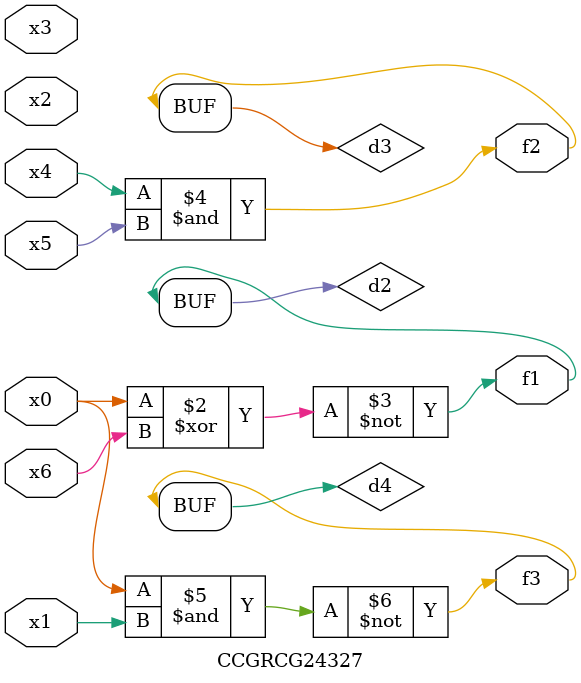
<source format=v>
module CCGRCG24327(
	input x0, x1, x2, x3, x4, x5, x6,
	output f1, f2, f3
);

	wire d1, d2, d3, d4;

	nor (d1, x0);
	xnor (d2, x0, x6);
	and (d3, x4, x5);
	nand (d4, x0, x1);
	assign f1 = d2;
	assign f2 = d3;
	assign f3 = d4;
endmodule

</source>
